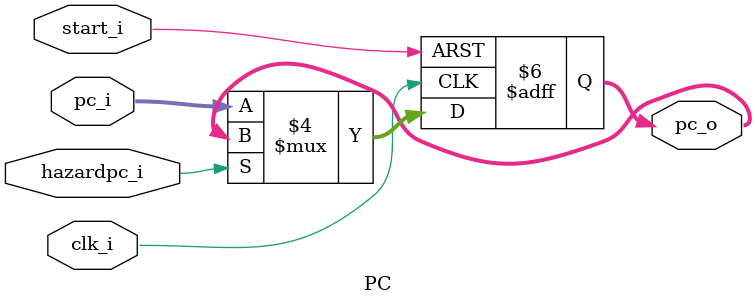
<source format=v>
module PC
(
    clk_i,
    start_i,
    pc_i,
    hazardpc_i,
    pc_o,
);

// Ports
input               clk_i;
input               start_i, hazardpc_i;
input   [31:0]      pc_i;
output  reg [31:0]      pc_o;

// Wires & Registers
 
/* reg     [31:0]      pc_o;
reg     flag,flag_next;

always@(*)begin
    if(pc_i == 32'd248)flag_next = 1;
    else flag_next = flag;
end */

always@(posedge clk_i or negedge start_i) begin /*  */
    if(~start_i) begin
        pc_o <= 32'b0;
        // flag <= 0;
    end
    else begin
        /* flag <= flag_next;
        if(start_i & (!hazardpc_i))
            pc_o <= (flag)? 32'd248 : pc_i ;
        else
            pc_o <= pc_o; */

        if(hazardpc_i)
            pc_o <= pc_o;
        else 
            begin
            pc_o <= pc_i;
        end
    end
end

endmodule

</source>
